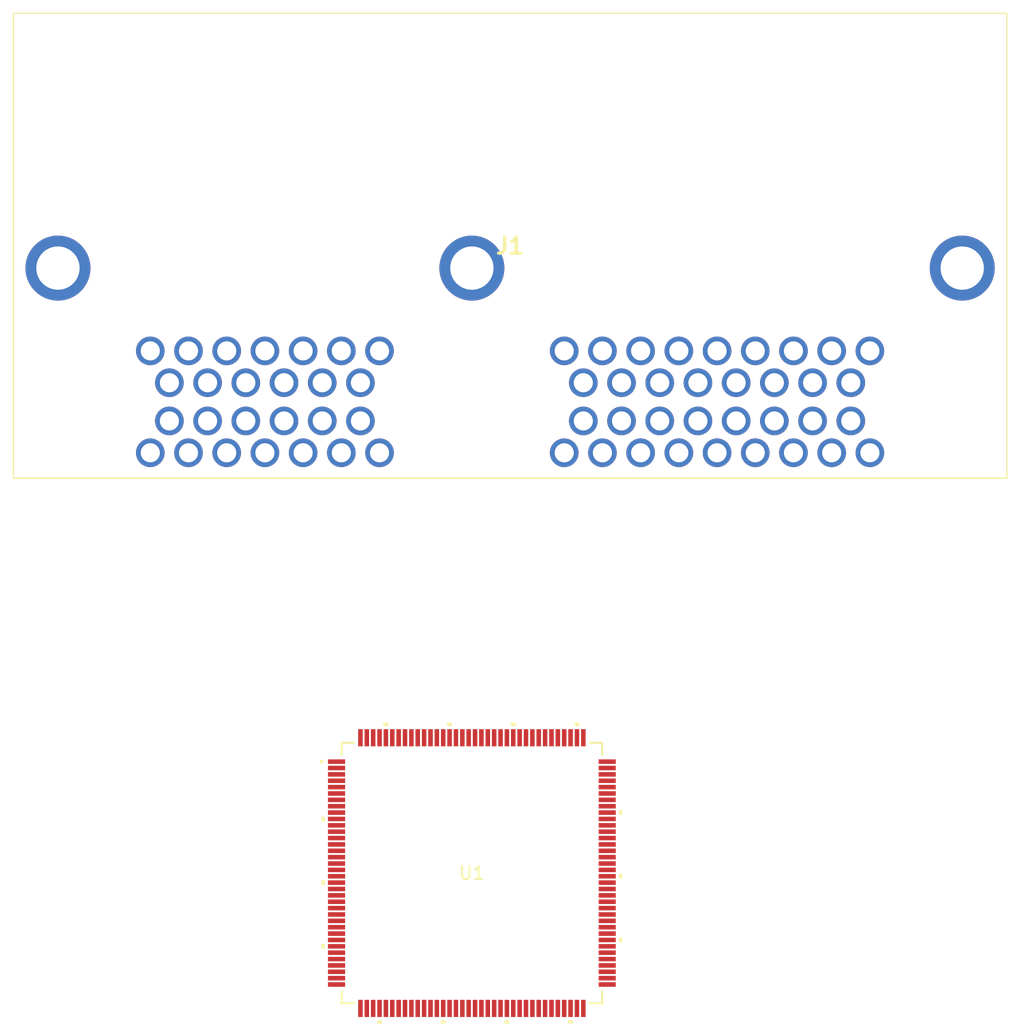
<source format=kicad_pcb>
(kicad_pcb (version 20241229) (generator "pcbnew") (generator_version "9.0")
  (layers (0 "F.Cu" signal) (2 "B.Cu" signal) (13 "F.Paste" user) (15 "B.Paste" user) (5 "F.SilkS" user "F.Silkscreen") (7 "B.SilkS" user "B.Silkscreen") (1 "F.Mask" user) (3 "B.Mask" user) (25 "Edge.Cuts" user))
  (net 0 "")
  (net 65 "/Connectors/A14")
  (net 66 "/Connectors/A3")
  (net 67 "/Connectors/A4")
  (net 68 "/Connectors/A12")
  (net 69 "/Connectors/A11")
  (net 70 "/Connectors/A8")
  (net 71 "/Connectors/A5")
  (net 72 "/Connectors/A9")
  (net 73 "/Connectors/A10")
  (net 74 "/Connectors/A7")
  (net 75 "/Connectors/A6")
  (net 76 "/Connectors/A13")
  (net 77 "/Connectors/A2")
  (net 78 "/Connectors/A1")
  (net 79 "/Connectors/GND")
  (net 80 "/Connectors/AOut2")
  (net 81 "/Connectors/AOut1")
  (net 82 "/Connectors/5V")
  (net 84 "/Connectors/HalfBridge1")
  (net 85 "/Connectors/CAN4LO")
  (net 86 "/Connectors/D7")
  (net 87 "/Connectors/CAN1HI")
  (net 88 "/Connectors/HalfBridge3")
  (net 89 "/Connectors/+12V")
  (net 90 "/Connectors/CAN2LO")
  (net 91 "/Connectors/UART_TX")
  (net 92 "/Connectors/D6")
  (net 93 "/Connectors/UART_RX")
  (net 94 "/Connectors/CAN4HI")
  (net 95 "/Connectors/HalfBridge2")
  (net 96 "/Connectors/CAN2HI")
  (net 97 "/Connectors/HalfBridge4")
  (net 98 "/Connectors/D8")
  (net 99 "/Connectors/D5")
  (net 101 "/Connectors/ETH_RX+")
  (net 102 "/Connectors/ETH_RX-")
  (net 103 "/Connectors/ETH_TX+")
  (net 104 "/Connectors/ETH_TX-")
  (net 105 "/Connectors/STLink+")
  (net 106 "/Connectors/STLink-")
  (net 107 "/Connectors/D3")
  (net 108 "/Connectors/D4")
  (net 109 "/Connectors/D2")
  (net 110 "/Connectors/D1")
  (net 111 "/Connectors/CAN1LO")
  (net 112 "/Connectors/CAN3HI")
  (net 113 "/Connectors/CAN3LO")
  (footprint "STM32F767ZIT6:LQFP144-20x20mm_STM" (layer "F.Cu") (at 132 86.5)
    (property "Reference" "U1" (at 0 0 0) (layer "F.SilkS"))
    (property "Value" "STM32F767ZIT6")
    (fp_line (start -10.2235 -10.2235) (end -10.2235 -9.26054) (stroke (width 0.1524)) (layer "F.SilkS"))
    (fp_line (start -10.2235 9.26054) (end -10.2235 10.2235) (stroke (width 0.1524)) (layer "F.SilkS"))
    (fp_line (start -10.2235 10.2235) (end -9.26054 10.2235) (stroke (width 0.1524)) (layer "F.SilkS"))
    (fp_line (start -9.26054 -10.2235) (end -10.2235 -10.2235) (stroke (width 0.1524)) (layer "F.SilkS"))
    (fp_line (start 9.26054 10.2235) (end 10.2235 10.2235) (stroke (width 0.1524)) (layer "F.SilkS"))
    (fp_line (start 10.2235 -10.2235) (end 9.26054 -10.2235) (stroke (width 0.1524)) (layer "F.SilkS"))
    (fp_line (start 10.2235 -9.26054) (end 10.2235 -10.2235) (stroke (width 0.1524)) (layer "F.SilkS"))
    (fp_line (start 10.2235 10.2235) (end 10.2235 9.26054) (stroke (width 0.1524)) (layer "F.SilkS"))
    (fp_circle (center -11.802101 -8.75) (end -11.725901 -8.75) (stroke (width 0.1524)) (fill no) (layer "F.SilkS"))
    (fp_poly (pts (xy -11.8061 -4.440499) (xy -11.8061 -4.059499) (xy -11.5521 -4.059499) (xy -11.5521 -4.440499)) (fill yes) (layer "F.SilkS"))
    (fp_poly (pts (xy -11.8061 0.559501) (xy -11.8061 0.940501) (xy -11.5521 0.940501) (xy -11.5521 0.559501)) (fill yes) (layer "F.SilkS"))
    (fp_poly (pts (xy -11.8061 5.559501) (xy -11.8061 5.940501) (xy -11.5521 5.940501) (xy -11.5521 5.559501)) (fill yes) (layer "F.SilkS"))
    (fp_poly (pts (xy -7.440501 11.5521) (xy -7.440501 11.8061) (xy -7.059501 11.8061) (xy -7.059501 11.5521)) (fill yes) (layer "F.SilkS"))
    (fp_poly (pts (xy -6.940499 -11.5521) (xy -6.940499 -11.8061) (xy -6.559499 -11.8061) (xy -6.559499 -11.5521)) (fill yes) (layer "F.SilkS"))
    (fp_poly (pts (xy -2.440501 11.5521) (xy -2.440501 11.8061) (xy -2.059501 11.8061) (xy -2.059501 11.5521)) (fill yes) (layer "F.SilkS"))
    (fp_poly (pts (xy -1.940499 -11.5521) (xy -1.940499 -11.8061) (xy -1.559499 -11.8061) (xy -1.559499 -11.5521)) (fill yes) (layer "F.SilkS"))
    (fp_poly (pts (xy 2.5595 11.5521) (xy 2.5595 11.8061) (xy 2.9405 11.8061) (xy 2.9405 11.5521)) (fill yes) (layer "F.SilkS"))
    (fp_poly (pts (xy 3.059501 -11.5521) (xy 3.059501 -11.8061) (xy 3.440501 -11.8061) (xy 3.440501 -11.5521)) (fill yes) (layer "F.SilkS"))
    (fp_poly (pts (xy 7.5595 11.5521) (xy 7.5595 11.8061) (xy 7.9405 11.8061) (xy 7.9405 11.5521)) (fill yes) (layer "F.SilkS"))
    (fp_poly (pts (xy 8.059501 -11.5521) (xy 8.059501 -11.8061) (xy 8.440501 -11.8061) (xy 8.440501 -11.5521)) (fill yes) (layer "F.SilkS"))
    (fp_poly (pts (xy 11.8061 -4.940501) (xy 11.8061 -4.559501) (xy 11.5521 -4.559501) (xy 11.5521 -4.940501)) (fill yes) (layer "F.SilkS"))
    (fp_poly (pts (xy 11.8061 0.059499) (xy 11.8061 0.4405) (xy 11.5521 0.4405) (xy 11.5521 0.059499)) (fill yes) (layer "F.SilkS"))
    (fp_poly (pts (xy 11.8061 5.0595) (xy 11.8061 5.4405) (xy 11.5521 5.4405) (xy 11.5521 5.0595)) (fill yes) (layer "F.SilkS"))
    (pad "1" smd rect (at -10.625 -8.75) (size 1.3462 0.3556) (layers "F.Cu" "F.Mask" "F.Paste"))
    (pad "2" smd rect (at -10.625 -8.250001) (size 1.3462 0.3556) (layers "F.Cu" "F.Mask" "F.Paste"))
    (pad "3" smd rect (at -10.625 -7.75) (size 1.3462 0.3556) (layers "F.Cu" "F.Mask" "F.Paste"))
    (pad "4" smd rect (at -10.625 -7.250001) (size 1.3462 0.3556) (layers "F.Cu" "F.Mask" "F.Paste"))
    (pad "5" smd rect (at -10.625 -6.749999) (size 1.3462 0.3556) (layers "F.Cu" "F.Mask" "F.Paste"))
    (pad "6" smd rect (at -10.625 -6.25) (size 1.3462 0.3556) (layers "F.Cu" "F.Mask" "F.Paste"))
    (pad "7" smd rect (at -10.625 -5.750001) (size 1.3462 0.3556) (layers "F.Cu" "F.Mask" "F.Paste"))
    (pad "8" smd rect (at -10.625 -5.25) (size 1.3462 0.3556) (layers "F.Cu" "F.Mask" "F.Paste"))
    (pad "9" smd rect (at -10.625 -4.750001) (size 1.3462 0.3556) (layers "F.Cu" "F.Mask" "F.Paste"))
    (pad "10" smd rect (at -10.625 -4.249999) (size 1.3462 0.3556) (layers "F.Cu" "F.Mask" "F.Paste"))
    (pad "11" smd rect (at -10.625 -3.75) (size 1.3462 0.3556) (layers "F.Cu" "F.Mask" "F.Paste"))
    (pad "12" smd rect (at -10.625 -3.250001) (size 1.3462 0.3556) (layers "F.Cu" "F.Mask" "F.Paste"))
    (pad "13" smd rect (at -10.625 -2.75) (size 1.3462 0.3556) (layers "F.Cu" "F.Mask" "F.Paste"))
    (pad "14" smd rect (at -10.625 -2.250001) (size 1.3462 0.3556) (layers "F.Cu" "F.Mask" "F.Paste"))
    (pad "15" smd rect (at -10.625 -1.749999) (size 1.3462 0.3556) (layers "F.Cu" "F.Mask" "F.Paste"))
    (pad "16" smd rect (at -10.625 -1.25) (size 1.3462 0.3556) (layers "F.Cu" "F.Mask" "F.Paste"))
    (pad "17" smd rect (at -10.625 -0.750001) (size 1.3462 0.3556) (layers "F.Cu" "F.Mask" "F.Paste"))
    (pad "18" smd rect (at -10.625 -0.25) (size 1.3462 0.3556) (layers "F.Cu" "F.Mask" "F.Paste"))
    (pad "19" smd rect (at -10.625 0.25) (size 1.3462 0.3556) (layers "F.Cu" "F.Mask" "F.Paste"))
    (pad "20" smd rect (at -10.625 0.749998) (size 1.3462 0.3556) (layers "F.Cu" "F.Mask" "F.Paste"))
    (pad "21" smd rect (at -10.625 1.25) (size 1.3462 0.3556) (layers "F.Cu" "F.Mask" "F.Paste"))
    (pad "22" smd rect (at -10.625 1.749999) (size 1.3462 0.3556) (layers "F.Cu" "F.Mask" "F.Paste"))
    (pad "23" smd rect (at -10.625 2.250001) (size 1.3462 0.3556) (layers "F.Cu" "F.Mask" "F.Paste"))
    (pad "24" smd rect (at -10.625 2.75) (size 1.3462 0.3556) (layers "F.Cu" "F.Mask" "F.Paste"))
    (pad "25" smd rect (at -10.625 3.249999) (size 1.3462 0.3556) (layers "F.Cu" "F.Mask" "F.Paste"))
    (pad "26" smd rect (at -10.625 3.75) (size 1.3462 0.3556) (layers "F.Cu" "F.Mask" "F.Paste"))
    (pad "27" smd rect (at -10.625 4.249999) (size 1.3462 0.3556) (layers "F.Cu" "F.Mask" "F.Paste"))
    (pad "28" smd rect (at -10.625 4.750001) (size 1.3462 0.3556) (layers "F.Cu" "F.Mask" "F.Paste"))
    (pad "29" smd rect (at -10.625 5.25) (size 1.3462 0.3556) (layers "F.Cu" "F.Mask" "F.Paste"))
    (pad "30" smd rect (at -10.625 5.749999) (size 1.3462 0.3556) (layers "F.Cu" "F.Mask" "F.Paste"))
    (pad "31" smd rect (at -10.625 6.25) (size 1.3462 0.3556) (layers "F.Cu" "F.Mask" "F.Paste"))
    (pad "32" smd rect (at -10.625 6.749999) (size 1.3462 0.3556) (layers "F.Cu" "F.Mask" "F.Paste"))
    (pad "33" smd rect (at -10.625 7.250001) (size 1.3462 0.3556) (layers "F.Cu" "F.Mask" "F.Paste"))
    (pad "34" smd rect (at -10.625 7.75) (size 1.3462 0.3556) (layers "F.Cu" "F.Mask" "F.Paste"))
    (pad "35" smd rect (at -10.625 8.249999) (size 1.3462 0.3556) (layers "F.Cu" "F.Mask" "F.Paste"))
    (pad "36" smd rect (at -10.625 8.75) (size 1.3462 0.3556) (layers "F.Cu" "F.Mask" "F.Paste"))
    (pad "37" smd rect (at -8.75 10.625 90) (size 1.3462 0.3556) (layers "F.Cu" "F.Mask" "F.Paste"))
    (pad "38" smd rect (at -8.250001 10.625 90) (size 1.3462 0.3556) (layers "F.Cu" "F.Mask" "F.Paste"))
    (pad "39" smd rect (at -7.75 10.625 90) (size 1.3462 0.3556) (layers "F.Cu" "F.Mask" "F.Paste"))
    (pad "40" smd rect (at -7.250001 10.625 90) (size 1.3462 0.3556) (layers "F.Cu" "F.Mask" "F.Paste"))
    (pad "41" smd rect (at -6.749999 10.625 90) (size 1.3462 0.3556) (layers "F.Cu" "F.Mask" "F.Paste"))
    (pad "42" smd rect (at -6.25 10.625 90) (size 1.3462 0.3556) (layers "F.Cu" "F.Mask" "F.Paste"))
    (pad "43" smd rect (at -5.750001 10.625 90) (size 1.3462 0.3556) (layers "F.Cu" "F.Mask" "F.Paste"))
    (pad "44" smd rect (at -5.25 10.625 90) (size 1.3462 0.3556) (layers "F.Cu" "F.Mask" "F.Paste"))
    (pad "45" smd rect (at -4.750001 10.625 90) (size 1.3462 0.3556) (layers "F.Cu" "F.Mask" "F.Paste"))
    (pad "46" smd rect (at -4.249999 10.625 90) (size 1.3462 0.3556) (layers "F.Cu" "F.Mask" "F.Paste"))
    (pad "47" smd rect (at -3.75 10.625 90) (size 1.3462 0.3556) (layers "F.Cu" "F.Mask" "F.Paste"))
    (pad "48" smd rect (at -3.250001 10.625 90) (size 1.3462 0.3556) (layers "F.Cu" "F.Mask" "F.Paste"))
    (pad "49" smd rect (at -2.75 10.625 90) (size 1.3462 0.3556) (layers "F.Cu" "F.Mask" "F.Paste"))
    (pad "50" smd rect (at -2.250001 10.625 90) (size 1.3462 0.3556) (layers "F.Cu" "F.Mask" "F.Paste"))
    (pad "51" smd rect (at -1.749999 10.625 90) (size 1.3462 0.3556) (layers "F.Cu" "F.Mask" "F.Paste"))
    (pad "52" smd rect (at -1.25 10.625 90) (size 1.3462 0.3556) (layers "F.Cu" "F.Mask" "F.Paste"))
    (pad "53" smd rect (at -0.750001 10.625 90) (size 1.3462 0.3556) (layers "F.Cu" "F.Mask" "F.Paste"))
    (pad "54" smd rect (at -0.25 10.625 90) (size 1.3462 0.3556) (layers "F.Cu" "F.Mask" "F.Paste"))
    (pad "55" smd rect (at 0.25 10.625 90) (size 1.3462 0.3556) (layers "F.Cu" "F.Mask" "F.Paste"))
    (pad "56" smd rect (at 0.750001 10.625 90) (size 1.3462 0.3556) (layers "F.Cu" "F.Mask" "F.Paste"))
    (pad "57" smd rect (at 1.25 10.625 90) (size 1.3462 0.3556) (layers "F.Cu" "F.Mask" "F.Paste"))
    (pad "58" smd rect (at 1.749999 10.625 90) (size 1.3462 0.3556) (layers "F.Cu" "F.Mask" "F.Paste"))
    (pad "59" smd rect (at 2.250001 10.625 90) (size 1.3462 0.3556) (layers "F.Cu" "F.Mask" "F.Paste"))
    (pad "60" smd rect (at 2.75 10.625 90) (size 1.3462 0.3556) (layers "F.Cu" "F.Mask" "F.Paste"))
    (pad "61" smd rect (at 3.250001 10.625 90) (size 1.3462 0.3556) (layers "F.Cu" "F.Mask" "F.Paste"))
    (pad "62" smd rect (at 3.75 10.625 90) (size 1.3462 0.3556) (layers "F.Cu" "F.Mask" "F.Paste"))
    (pad "63" smd rect (at 4.249999 10.625 90) (size 1.3462 0.3556) (layers "F.Cu" "F.Mask" "F.Paste"))
    (pad "64" smd rect (at 4.750001 10.625 90) (size 1.3462 0.3556) (layers "F.Cu" "F.Mask" "F.Paste"))
    (pad "65" smd rect (at 5.25 10.625 90) (size 1.3462 0.3556) (layers "F.Cu" "F.Mask" "F.Paste"))
    (pad "66" smd rect (at 5.750001 10.625 90) (size 1.3462 0.3556) (layers "F.Cu" "F.Mask" "F.Paste"))
    (pad "67" smd rect (at 6.25 10.625 90) (size 1.3462 0.3556) (layers "F.Cu" "F.Mask" "F.Paste"))
    (pad "68" smd rect (at 6.749999 10.625 90) (size 1.3462 0.3556) (layers "F.Cu" "F.Mask" "F.Paste"))
    (pad "69" smd rect (at 7.250001 10.625 90) (size 1.3462 0.3556) (layers "F.Cu" "F.Mask" "F.Paste"))
    (pad "70" smd rect (at 7.75 10.625 90) (size 1.3462 0.3556) (layers "F.Cu" "F.Mask" "F.Paste"))
    (pad "71" smd rect (at 8.250001 10.625 90) (size 1.3462 0.3556) (layers "F.Cu" "F.Mask" "F.Paste"))
    (pad "72" smd rect (at 8.75 10.625 90) (size 1.3462 0.3556) (layers "F.Cu" "F.Mask" "F.Paste"))
    (pad "73" smd rect (at 10.625 8.75) (size 1.3462 0.3556) (layers "F.Cu" "F.Mask" "F.Paste"))
    (pad "74" smd rect (at 10.625 8.250001) (size 1.3462 0.3556) (layers "F.Cu" "F.Mask" "F.Paste"))
    (pad "75" smd rect (at 10.625 7.75) (size 1.3462 0.3556) (layers "F.Cu" "F.Mask" "F.Paste"))
    (pad "76" smd rect (at 10.625 7.250001) (size 1.3462 0.3556) (layers "F.Cu" "F.Mask" "F.Paste"))
    (pad "77" smd rect (at 10.625 6.749999) (size 1.3462 0.3556) (layers "F.Cu" "F.Mask" "F.Paste"))
    (pad "78" smd rect (at 10.625 6.25) (size 1.3462 0.3556) (layers "F.Cu" "F.Mask" "F.Paste"))
    (pad "79" smd rect (at 10.625 5.750001) (size 1.3462 0.3556) (layers "F.Cu" "F.Mask" "F.Paste"))
    (pad "80" smd rect (at 10.625 5.25) (size 1.3462 0.3556) (layers "F.Cu" "F.Mask" "F.Paste"))
    (pad "81" smd rect (at 10.625 4.750001) (size 1.3462 0.3556) (layers "F.Cu" "F.Mask" "F.Paste"))
    (pad "82" smd rect (at 10.625 4.249999) (size 1.3462 0.3556) (layers "F.Cu" "F.Mask" "F.Paste"))
    (pad "83" smd rect (at 10.625 3.75) (size 1.3462 0.3556) (layers "F.Cu" "F.Mask" "F.Paste"))
    (pad "84" smd rect (at 10.625 3.250001) (size 1.3462 0.3556) (layers "F.Cu" "F.Mask" "F.Paste"))
    (pad "85" smd rect (at 10.625 2.75) (size 1.3462 0.3556) (layers "F.Cu" "F.Mask" "F.Paste"))
    (pad "86" smd rect (at 10.625 2.250001) (size 1.3462 0.3556) (layers "F.Cu" "F.Mask" "F.Paste"))
    (pad "87" smd rect (at 10.625 1.749999) (size 1.3462 0.3556) (layers "F.Cu" "F.Mask" "F.Paste"))
    (pad "88" smd rect (at 10.625 1.25) (size 1.3462 0.3556) (layers "F.Cu" "F.Mask" "F.Paste"))
    (pad "89" smd rect (at 10.625 0.750001) (size 1.3462 0.3556) (layers "F.Cu" "F.Mask" "F.Paste"))
    (pad "90" smd rect (at 10.625 0.25) (size 1.3462 0.3556) (layers "F.Cu" "F.Mask" "F.Paste"))
    (pad "91" smd rect (at 10.625 -0.25) (size 1.3462 0.3556) (layers "F.Cu" "F.Mask" "F.Paste"))
    (pad "92" smd rect (at 10.625 -0.750001) (size 1.3462 0.3556) (layers "F.Cu" "F.Mask" "F.Paste"))
    (pad "93" smd rect (at 10.625 -1.25) (size 1.3462 0.3556) (layers "F.Cu" "F.Mask" "F.Paste"))
    (pad "94" smd rect (at 10.625 -1.749999) (size 1.3462 0.3556) (layers "F.Cu" "F.Mask" "F.Paste"))
    (pad "95" smd rect (at 10.625 -2.250001) (size 1.3462 0.3556) (layers "F.Cu" "F.Mask" "F.Paste"))
    (pad "96" smd rect (at 10.625 -2.75) (size 1.3462 0.3556) (layers "F.Cu" "F.Mask" "F.Paste"))
    (pad "97" smd rect (at 10.625 -3.250001) (size 1.3462 0.3556) (layers "F.Cu" "F.Mask" "F.Paste"))
    (pad "98" smd rect (at 10.625 -3.75) (size 1.3462 0.3556) (layers "F.Cu" "F.Mask" "F.Paste"))
    (pad "99" smd rect (at 10.625 -4.249999) (size 1.3462 0.3556) (layers "F.Cu" "F.Mask" "F.Paste"))
    (pad "100" smd rect (at 10.625 -4.750001) (size 1.3462 0.3556) (layers "F.Cu" "F.Mask" "F.Paste"))
    (pad "101" smd rect (at 10.625 -5.25) (size 1.3462 0.3556) (layers "F.Cu" "F.Mask" "F.Paste"))
    (pad "102" smd rect (at 10.625 -5.750001) (size 1.3462 0.3556) (layers "F.Cu" "F.Mask" "F.Paste"))
    (pad "103" smd rect (at 10.625 -6.25) (size 1.3462 0.3556) (layers "F.Cu" "F.Mask" "F.Paste"))
    (pad "104" smd rect (at 10.625 -6.749999) (size 1.3462 0.3556) (layers "F.Cu" "F.Mask" "F.Paste"))
    (pad "105" smd rect (at 10.625 -7.250001) (size 1.3462 0.3556) (layers "F.Cu" "F.Mask" "F.Paste"))
    (pad "106" smd rect (at 10.625 -7.75) (size 1.3462 0.3556) (layers "F.Cu" "F.Mask" "F.Paste"))
    (pad "107" smd rect (at 10.625 -8.250001) (size 1.3462 0.3556) (layers "F.Cu" "F.Mask" "F.Paste"))
    (pad "108" smd rect (at 10.625 -8.75) (size 1.3462 0.3556) (layers "F.Cu" "F.Mask" "F.Paste"))
    (pad "109" smd rect (at 8.75 -10.625 90) (size 1.3462 0.3556) (layers "F.Cu" "F.Mask" "F.Paste"))
    (pad "110" smd rect (at 8.250001 -10.625 90) (size 1.3462 0.3556) (layers "F.Cu" "F.Mask" "F.Paste"))
    (pad "111" smd rect (at 7.75 -10.625 90) (size 1.3462 0.3556) (layers "F.Cu" "F.Mask" "F.Paste"))
    (pad "112" smd rect (at 7.250001 -10.625 90) (size 1.3462 0.3556) (layers "F.Cu" "F.Mask" "F.Paste"))
    (pad "113" smd rect (at 6.749999 -10.625 90) (size 1.3462 0.3556) (layers "F.Cu" "F.Mask" "F.Paste"))
    (pad "114" smd rect (at 6.25 -10.625 90) (size 1.3462 0.3556) (layers "F.Cu" "F.Mask" "F.Paste"))
    (pad "115" smd rect (at 5.750001 -10.625 90) (size 1.3462 0.3556) (layers "F.Cu" "F.Mask" "F.Paste"))
    (pad "116" smd rect (at 5.25 -10.625 90) (size 1.3462 0.3556) (layers "F.Cu" "F.Mask" "F.Paste"))
    (pad "117" smd rect (at 4.750001 -10.625 90) (size 1.3462 0.3556) (layers "F.Cu" "F.Mask" "F.Paste"))
    (pad "118" smd rect (at 4.249999 -10.625 90) (size 1.3462 0.3556) (layers "F.Cu" "F.Mask" "F.Paste"))
    (pad "119" smd rect (at 3.75 -10.625 90) (size 1.3462 0.3556) (layers "F.Cu" "F.Mask" "F.Paste"))
    (pad "120" smd rect (at 3.250001 -10.625 90) (size 1.3462 0.3556) (layers "F.Cu" "F.Mask" "F.Paste"))
    (pad "121" smd rect (at 2.75 -10.625 90) (size 1.3462 0.3556) (layers "F.Cu" "F.Mask" "F.Paste"))
    (pad "122" smd rect (at 2.250001 -10.625 90) (size 1.3462 0.3556) (layers "F.Cu" "F.Mask" "F.Paste"))
    (pad "123" smd rect (at 1.749999 -10.625 90) (size 1.3462 0.3556) (layers "F.Cu" "F.Mask" "F.Paste"))
    (pad "124" smd rect (at 1.25 -10.625 90) (size 1.3462 0.3556) (layers "F.Cu" "F.Mask" "F.Paste"))
    (pad "125" smd rect (at 0.750001 -10.625 90) (size 1.3462 0.3556) (layers "F.Cu" "F.Mask" "F.Paste"))
    (pad "126" smd rect (at 0.25 -10.625 90) (size 1.3462 0.3556) (layers "F.Cu" "F.Mask" "F.Paste"))
    (pad "127" smd rect (at -0.25 -10.625 90) (size 1.3462 0.3556) (layers "F.Cu" "F.Mask" "F.Paste"))
    (pad "128" smd rect (at -0.750001 -10.625 90) (size 1.3462 0.3556) (layers "F.Cu" "F.Mask" "F.Paste"))
    (pad "129" smd rect (at -1.25 -10.625 90) (size 1.3462 0.3556) (layers "F.Cu" "F.Mask" "F.Paste"))
    (pad "130" smd rect (at -1.749999 -10.625 90) (size 1.3462 0.3556) (layers "F.Cu" "F.Mask" "F.Paste"))
    (pad "131" smd rect (at -2.250001 -10.625 90) (size 1.3462 0.3556) (layers "F.Cu" "F.Mask" "F.Paste"))
    (pad "132" smd rect (at -2.75 -10.625 90) (size 1.3462 0.3556) (layers "F.Cu" "F.Mask" "F.Paste"))
    (pad "133" smd rect (at -3.250001 -10.625 90) (size 1.3462 0.3556) (layers "F.Cu" "F.Mask" "F.Paste"))
    (pad "134" smd rect (at -3.75 -10.625 90) (size 1.3462 0.3556) (layers "F.Cu" "F.Mask" "F.Paste"))
    (pad "135" smd rect (at -4.249999 -10.625 90) (size 1.3462 0.3556) (layers "F.Cu" "F.Mask" "F.Paste"))
    (pad "136" smd rect (at -4.750001 -10.625 90) (size 1.3462 0.3556) (layers "F.Cu" "F.Mask" "F.Paste"))
    (pad "137" smd rect (at -5.25 -10.625 90) (size 1.3462 0.3556) (layers "F.Cu" "F.Mask" "F.Paste"))
    (pad "138" smd rect (at -5.750001 -10.625 90) (size 1.3462 0.3556) (layers "F.Cu" "F.Mask" "F.Paste"))
    (pad "139" smd rect (at -6.25 -10.625 90) (size 1.3462 0.3556) (layers "F.Cu" "F.Mask" "F.Paste"))
    (pad "140" smd rect (at -6.749999 -10.625 90) (size 1.3462 0.3556) (layers "F.Cu" "F.Mask" "F.Paste"))
    (pad "141" smd rect (at -7.250001 -10.625 90) (size 1.3462 0.3556) (layers "F.Cu" "F.Mask" "F.Paste"))
    (pad "142" smd rect (at -7.75 -10.625 90) (size 1.3462 0.3556) (layers "F.Cu" "F.Mask" "F.Paste"))
    (pad "143" smd rect (at -8.250001 -10.625 90) (size 1.3462 0.3556) (layers "F.Cu" "F.Mask" "F.Paste"))
    (pad "144" smd rect (at -8.75 -10.625 90) (size 1.3462 0.3556) (layers "F.Cu" "F.Mask" "F.Paste"))
  )
  (footprint "AMPSuperseal60pin:364372852" (layer "F.Cu") (at 163.25 45.5 180)
    (property "Reference" "J1" (at 28.25 8.25 0) (layer "F.SilkS") (effects (font (size 1.27 1.27) (thickness 0.254))))
    (property "Value" "3-6437285-2" (hide yes))
    (fp_line (start 67.25 26.5) (end -10.75 26.5) (stroke (width 0.1)) (layer "F.SilkS"))
    (fp_line (start 67.25 -10) (end 67.25 26.5) (stroke (width 0.1)) (layer "F.SilkS"))
    (fp_line (start -10.75 26.5) (end -10.75 -10) (stroke (width 0.1)) (layer "F.SilkS"))
    (fp_line (start -10.75 -10) (end 67.25 -10) (stroke (width 0.1)) (layer "F.SilkS"))
    (pad "1" thru_hole circle (at 0 0 180) (size 2.25 2.25) (drill 1.5) (layers "*.Cu" "*.Mask") (net 87 "/Connectors/CAN1HI"))
    (pad "2" thru_hole circle (at 0 -8 180) (size 2.25 2.25) (drill 1.5) (layers "*.Cu" "*.Mask") (net 84 "/Connectors/HalfBridge1"))
    (pad "3" thru_hole circle (at 1.5 -2.5 180) (size 2.25 2.25) (drill 1.5) (layers "*.Cu" "*.Mask") (net 96 "/Connectors/CAN2HI"))
    (pad "4" thru_hole circle (at 1.5 -5.5 180) (size 2.25 2.25) (drill 1.5) (layers "*.Cu" "*.Mask") (net 90 "/Connectors/CAN2LO"))
    (pad "5" thru_hole circle (at 3 0 180) (size 2.25 2.25) (drill 1.5) (layers "*.Cu" "*.Mask") (net 111 "/Connectors/CAN1LO"))
    (pad "6" thru_hole circle (at 3 -8 180) (size 2.25 2.25) (drill 1.5) (layers "*.Cu" "*.Mask") (net 95 "/Connectors/HalfBridge2"))
    (pad "7" thru_hole circle (at 4.5 -2.5 180) (size 2.25 2.25) (drill 1.5) (layers "*.Cu" "*.Mask") (net 94 "/Connectors/CAN4HI"))
    (pad "8" thru_hole circle (at 4.5 -5.5 180) (size 2.25 2.25) (drill 1.5) (layers "*.Cu" "*.Mask") (net 85 "/Connectors/CAN4LO"))
    (pad "9" thru_hole circle (at 6 0 180) (size 2.25 2.25) (drill 1.5) (layers "*.Cu" "*.Mask") (net 112 "/Connectors/CAN3HI"))
    (pad "10" thru_hole circle (at 6 -8 180) (size 2.25 2.25) (drill 1.5) (layers "*.Cu" "*.Mask") (net 88 "/Connectors/HalfBridge3"))
    (pad "11" thru_hole circle (at 7.5 -2.5 180) (size 2.25 2.25) (drill 1.5) (layers "*.Cu" "*.Mask") (net 105 "/Connectors/STLink+"))
    (pad "12" thru_hole circle (at 7.5 -5.5 180) (size 2.25 2.25) (drill 1.5) (layers "*.Cu" "*.Mask") (net 106 "/Connectors/STLink-"))
    (pad "13" thru_hole circle (at 9 0 180) (size 2.25 2.25) (drill 1.5) (layers "*.Cu" "*.Mask") (net 113 "/Connectors/CAN3LO"))
    (pad "14" thru_hole circle (at 9 -8 180) (size 2.25 2.25) (drill 1.5) (layers "*.Cu" "*.Mask") (net 97 "/Connectors/HalfBridge4"))
    (pad "15" thru_hole circle (at 10.5 -2.5 180) (size 2.25 2.25) (drill 1.5) (layers "*.Cu" "*.Mask") (net 101 "/Connectors/ETH_RX+"))
    (pad "16" thru_hole circle (at 10.5 -5.5 180) (size 2.25 2.25) (drill 1.5) (layers "*.Cu" "*.Mask") (net 102 "/Connectors/ETH_RX-"))
    (pad "17" thru_hole circle (at 12 0 180) (size 2.25 2.25) (drill 1.5) (layers "*.Cu" "*.Mask") (net 86 "/Connectors/D7"))
    (pad "18" thru_hole circle (at 12 -8 180) (size 2.25 2.25) (drill 1.5) (layers "*.Cu" "*.Mask") (net 91 "/Connectors/UART_TX"))
    (pad "19" thru_hole circle (at 13.5 -2.5 180) (size 2.25 2.25) (drill 1.5) (layers "*.Cu" "*.Mask") (net 79 "/Connectors/GND"))
    (pad "20" thru_hole circle (at 13.5 -5.5 180) (size 2.25 2.25) (drill 1.5) (layers "*.Cu" "*.Mask") (net 99 "/Connectors/D5"))
    (pad "21" thru_hole circle (at 15 0 180) (size 2.25 2.25) (drill 1.5) (layers "*.Cu" "*.Mask") (net 92 "/Connectors/D6"))
    (pad "22" thru_hole circle (at 15 -8 180) (size 2.25 2.25) (drill 1.5) (layers "*.Cu" "*.Mask") (net 93 "/Connectors/UART_RX"))
    (pad "23" thru_hole circle (at 16.5 -2.5 180) (size 2.25 2.25) (drill 1.5) (layers "*.Cu" "*.Mask") (net 98 "/Connectors/D8"))
    (pad "24" thru_hole circle (at 16.5 -5.5 180) (size 2.25 2.25) (drill 1.5) (layers "*.Cu" "*.Mask") (net 110 "/Connectors/D1"))
    (pad "25" thru_hole circle (at 18 0 180) (size 2.25 2.25) (drill 1.5) (layers "*.Cu" "*.Mask") (net 109 "/Connectors/D2"))
    (pad "26" thru_hole circle (at 18 -8 180) (size 2.25 2.25) (drill 1.5) (layers "*.Cu" "*.Mask") (net 107 "/Connectors/D3"))
    (pad "27" thru_hole circle (at 19.5 -2.5 180) (size 2.25 2.25) (drill 1.5) (layers "*.Cu" "*.Mask") (net 108 "/Connectors/D4"))
    (pad "28" thru_hole circle (at 19.5 -5.5 180) (size 2.25 2.25) (drill 1.5) (layers "*.Cu" "*.Mask") (net 103 "/Connectors/ETH_TX+"))
    (pad "29" thru_hole circle (at 21 0 180) (size 2.25 2.25) (drill 1.5) (layers "*.Cu" "*.Mask") (net 89 "/Connectors/+12V"))
    (pad "30" thru_hole circle (at 21 -8 180) (size 2.25 2.25) (drill 1.5) (layers "*.Cu" "*.Mask"))
    (pad "31" thru_hole circle (at 22.5 -2.5 180) (size 2.25 2.25) (drill 1.5) (layers "*.Cu" "*.Mask") (net 79 "/Connectors/GND"))
    (pad "32" thru_hole circle (at 22.5 -5.5 180) (size 2.25 2.25) (drill 1.5) (layers "*.Cu" "*.Mask") (net 104 "/Connectors/ETH_TX-"))
    (pad "33" thru_hole circle (at 24 0 180) (size 2.25 2.25) (drill 1.5) (layers "*.Cu" "*.Mask") (net 89 "/Connectors/+12V"))
    (pad "34" thru_hole circle (at 24 -8 180) (size 2.25 2.25) (drill 1.5) (layers "*.Cu" "*.Mask") (net 89 "/Connectors/+12V"))
    (pad "35" thru_hole circle (at 38.5 0 180) (size 2.25 2.25) (drill 1.5) (layers "*.Cu" "*.Mask"))
    (pad "36" thru_hole circle (at 38.5 -8 180) (size 2.25 2.25) (drill 1.5) (layers "*.Cu" "*.Mask") (net 78 "/Connectors/A1"))
    (pad "37" thru_hole circle (at 40 -2.5 180) (size 2.25 2.25) (drill 1.5) (layers "*.Cu" "*.Mask") (net 77 "/Connectors/A2"))
    (pad "38" thru_hole circle (at 40 -5.5 180) (size 2.25 2.25) (drill 1.5) (layers "*.Cu" "*.Mask") (net 66 "/Connectors/A3"))
    (pad "39" thru_hole circle (at 41.5 0 180) (size 2.25 2.25) (drill 1.5) (layers "*.Cu" "*.Mask") (net 79 "/Connectors/GND"))
    (pad "40" thru_hole circle (at 41.5 -8 180) (size 2.25 2.25) (drill 1.5) (layers "*.Cu" "*.Mask") (net 79 "/Connectors/GND"))
    (pad "41" thru_hole circle (at 43 -2.5 180) (size 2.25 2.25) (drill 1.5) (layers "*.Cu" "*.Mask") (net 67 "/Connectors/A4"))
    (pad "42" thru_hole circle (at 43 -5.5 180) (size 2.25 2.25) (drill 1.5) (layers "*.Cu" "*.Mask") (net 71 "/Connectors/A5"))
    (pad "43" thru_hole circle (at 44.5 0 180) (size 2.25 2.25) (drill 1.5) (layers "*.Cu" "*.Mask") (net 75 "/Connectors/A6"))
    (pad "44" thru_hole circle (at 44.5 -8 180) (size 2.25 2.25) (drill 1.5) (layers "*.Cu" "*.Mask") (net 74 "/Connectors/A7"))
    (pad "45" thru_hole circle (at 46 -2.5 180) (size 2.25 2.25) (drill 1.5) (layers "*.Cu" "*.Mask") (net 70 "/Connectors/A8"))
    (pad "46" thru_hole circle (at 46 -5.5 180) (size 2.25 2.25) (drill 1.5) (layers "*.Cu" "*.Mask") (net 72 "/Connectors/A9"))
    (pad "47" thru_hole circle (at 47.5 0 180) (size 2.25 2.25) (drill 1.5) (layers "*.Cu" "*.Mask") (net 79 "/Connectors/GND"))
    (pad "48" thru_hole circle (at 47.5 -8 180) (size 2.25 2.25) (drill 1.5) (layers "*.Cu" "*.Mask") (net 79 "/Connectors/GND"))
    (pad "49" thru_hole circle (at 49 -2.5 180) (size 2.25 2.25) (drill 1.5) (layers "*.Cu" "*.Mask") (net 73 "/Connectors/A10"))
    (pad "50" thru_hole circle (at 49 -5.5 180) (size 2.25 2.25) (drill 1.5) (layers "*.Cu" "*.Mask") (net 69 "/Connectors/A11"))
    (pad "51" thru_hole circle (at 50.5 0 180) (size 2.25 2.25) (drill 1.5) (layers "*.Cu" "*.Mask") (net 68 "/Connectors/A12"))
    (pad "52" thru_hole circle (at 50.5 -8 180) (size 2.25 2.25) (drill 1.5) (layers "*.Cu" "*.Mask") (net 76 "/Connectors/A13"))
    (pad "53" thru_hole circle (at 52 -2.5 180) (size 2.25 2.25) (drill 1.5) (layers "*.Cu" "*.Mask") (net 65 "/Connectors/A14"))
    (pad "54" thru_hole circle (at 52 -5.5 180) (size 2.25 2.25) (drill 1.5) (layers "*.Cu" "*.Mask") (net 81 "/Connectors/AOut1"))
    (pad "55" thru_hole circle (at 53.5 0 180) (size 2.25 2.25) (drill 1.5) (layers "*.Cu" "*.Mask") (net 79 "/Connectors/GND"))
    (pad "56" thru_hole circle (at 53.5 -8 180) (size 2.25 2.25) (drill 1.5) (layers "*.Cu" "*.Mask") (net 79 "/Connectors/GND"))
    (pad "57" thru_hole circle (at 55 -2.5 180) (size 2.25 2.25) (drill 1.5) (layers "*.Cu" "*.Mask") (net 80 "/Connectors/AOut2"))
    (pad "58" thru_hole circle (at 55 -5.5 180) (size 2.25 2.25) (drill 1.5) (layers "*.Cu" "*.Mask") (net 82 "/Connectors/5V"))
    (pad "59" thru_hole circle (at 56.5 0 180) (size 2.25 2.25) (drill 1.5) (layers "*.Cu" "*.Mask") (net 82 "/Connectors/5V"))
    (pad "60" thru_hole circle (at 56.5 -8 180) (size 2.25 2.25) (drill 1.5) (layers "*.Cu" "*.Mask") (net 82 "/Connectors/5V"))
    (pad "MH1" thru_hole circle (at -7.25 6.5 180) (size 5.1 5.1) (drill 3.4) (layers "*.Cu" "*.Mask") (net 79 "/Connectors/GND"))
    (pad "MH2" thru_hole circle (at 31.25 6.5 180) (size 5.1 5.1) (drill 3.4) (layers "*.Cu" "*.Mask") (net 79 "/Connectors/GND"))
    (pad "MH3" thru_hole circle (at 63.75 6.5 180) (size 5.1 5.1) (drill 3.4) (layers "*.Cu" "*.Mask") (net 79 "/Connectors/GND"))
  )
)
</source>
